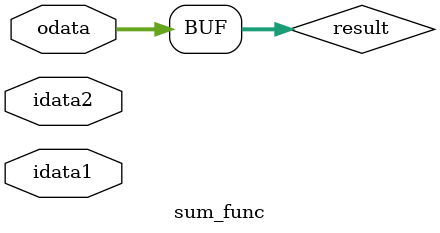
<source format=v>
`timescale 1ns / 1ps


module and_func(
    input [7:0]idata1,
    input [7:0]idata2,
    input [7:0]odata
);

assign odata = idata1 & idata2;
endmodule



module compare_zero(
    input [7:0]idata,
    output [7:0]odata
);

assign odata = ((idata==0)? 8'd255: 8'd0);

endmodule



module sum_func(
    input [7:0]idata1,
    input [7:0]idata2,
    input [7:0]odata
);
    wire [7:0]result;
    c_addsub_0 sum1(
        .A(idata1),
        .B(idata2),
        .S(result)
    );

assign odata = result;

endmodule
</source>
